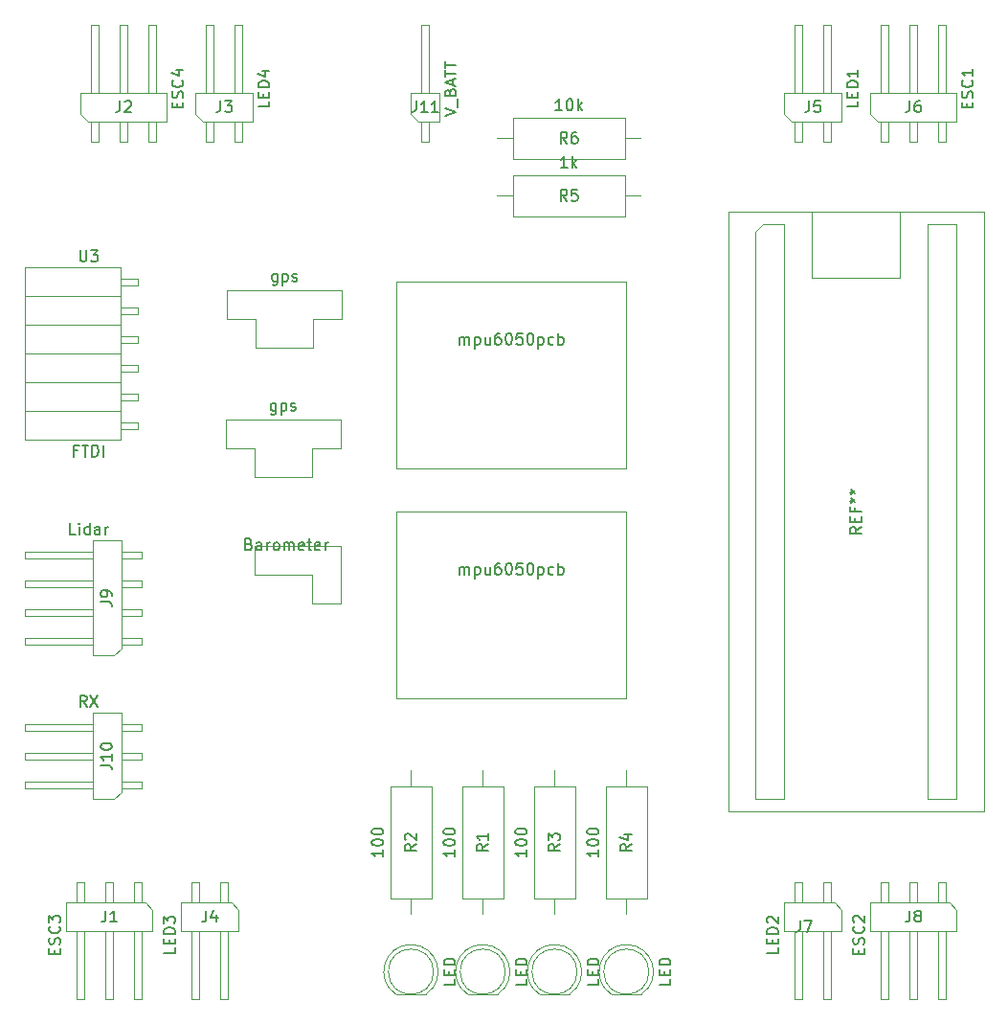
<source format=gbr>
%TF.GenerationSoftware,KiCad,Pcbnew,(5.1.10)-1*%
%TF.CreationDate,2021-12-09T02:28:18+01:00*%
%TF.ProjectId,flight controller,666c6967-6874-4206-936f-6e74726f6c6c,rev?*%
%TF.SameCoordinates,Original*%
%TF.FileFunction,Other,Fab,Top*%
%FSLAX46Y46*%
G04 Gerber Fmt 4.6, Leading zero omitted, Abs format (unit mm)*
G04 Created by KiCad (PCBNEW (5.1.10)-1) date 2021-12-09 02:28:18*
%MOMM*%
%LPD*%
G01*
G04 APERTURE LIST*
%ADD10C,0.120000*%
%ADD11C,0.100000*%
%ADD12C,0.150000*%
G04 APERTURE END LIST*
D10*
%TO.C,U6*%
X128397000Y-104648000D02*
X128397000Y-107188000D01*
X128397000Y-107188000D02*
X133477000Y-107188000D01*
X133477000Y-107188000D02*
X133477000Y-109728000D01*
X133477000Y-109728000D02*
X136017000Y-109728000D01*
X136017000Y-109728000D02*
X136017000Y-104648000D01*
X136017000Y-104648000D02*
X128397000Y-104648000D01*
D11*
%TO.C,D1*%
X147263350Y-144240000D02*
X149916650Y-144240000D01*
X150590000Y-142240000D02*
G75*
G03*
X150590000Y-142240000I-2000000J0D01*
G01*
X149916139Y-144240338D02*
G75*
G03*
X147263350Y-144240000I-1326139J2000338D01*
G01*
%TO.C,D2*%
X140913350Y-144240000D02*
X143566650Y-144240000D01*
X144240000Y-142240000D02*
G75*
G03*
X144240000Y-142240000I-2000000J0D01*
G01*
X143566139Y-144240338D02*
G75*
G03*
X140913350Y-144240000I-1326139J2000338D01*
G01*
%TO.C,D3*%
X153613350Y-144240000D02*
X156266650Y-144240000D01*
X156940000Y-142240000D02*
G75*
G03*
X156940000Y-142240000I-2000000J0D01*
G01*
X156266139Y-144240338D02*
G75*
G03*
X153613350Y-144240000I-1326139J2000338D01*
G01*
%TO.C,D4*%
X159963350Y-144240000D02*
X162616650Y-144240000D01*
X163290000Y-142240000D02*
G75*
G03*
X163290000Y-142240000I-2000000J0D01*
G01*
X162616139Y-144240338D02*
G75*
G03*
X159963350Y-144240000I-1326139J2000338D01*
G01*
%TO.C,J1*%
X112710000Y-138660000D02*
X112710000Y-144660000D01*
X113350000Y-144660000D02*
X112710000Y-144660000D01*
X113350000Y-138660000D02*
X113350000Y-144660000D01*
X112710000Y-134300000D02*
X112710000Y-136120000D01*
X113350000Y-134300000D02*
X112710000Y-134300000D01*
X113350000Y-134300000D02*
X113350000Y-136120000D01*
X115250000Y-138660000D02*
X115250000Y-144660000D01*
X115890000Y-144660000D02*
X115250000Y-144660000D01*
X115890000Y-138660000D02*
X115890000Y-144660000D01*
X115250000Y-134300000D02*
X115250000Y-136120000D01*
X115890000Y-134300000D02*
X115250000Y-134300000D01*
X115890000Y-134300000D02*
X115890000Y-136120000D01*
X117790000Y-138660000D02*
X117790000Y-144660000D01*
X118430000Y-144660000D02*
X117790000Y-144660000D01*
X118430000Y-138660000D02*
X118430000Y-144660000D01*
X117790000Y-134300000D02*
X117790000Y-136120000D01*
X118430000Y-134300000D02*
X117790000Y-134300000D01*
X118430000Y-134300000D02*
X118430000Y-136120000D01*
X118745000Y-136120000D02*
X119380000Y-136755000D01*
X111760000Y-136120000D02*
X118745000Y-136120000D01*
X111760000Y-138660000D02*
X111760000Y-136120000D01*
X119380000Y-138660000D02*
X111760000Y-138660000D01*
X119380000Y-136755000D02*
X119380000Y-138660000D01*
%TO.C,J2*%
X119700000Y-64540000D02*
X119700000Y-58540000D01*
X119060000Y-58540000D02*
X119700000Y-58540000D01*
X119060000Y-64540000D02*
X119060000Y-58540000D01*
X119700000Y-68900000D02*
X119700000Y-67080000D01*
X119060000Y-68900000D02*
X119700000Y-68900000D01*
X119060000Y-68900000D02*
X119060000Y-67080000D01*
X117160000Y-64540000D02*
X117160000Y-58540000D01*
X116520000Y-58540000D02*
X117160000Y-58540000D01*
X116520000Y-64540000D02*
X116520000Y-58540000D01*
X117160000Y-68900000D02*
X117160000Y-67080000D01*
X116520000Y-68900000D02*
X117160000Y-68900000D01*
X116520000Y-68900000D02*
X116520000Y-67080000D01*
X114620000Y-64540000D02*
X114620000Y-58540000D01*
X113980000Y-58540000D02*
X114620000Y-58540000D01*
X113980000Y-64540000D02*
X113980000Y-58540000D01*
X114620000Y-68900000D02*
X114620000Y-67080000D01*
X113980000Y-68900000D02*
X114620000Y-68900000D01*
X113980000Y-68900000D02*
X113980000Y-67080000D01*
X113665000Y-67080000D02*
X113030000Y-66445000D01*
X120650000Y-67080000D02*
X113665000Y-67080000D01*
X120650000Y-64540000D02*
X120650000Y-67080000D01*
X113030000Y-64540000D02*
X120650000Y-64540000D01*
X113030000Y-66445000D02*
X113030000Y-64540000D01*
%TO.C,J3*%
X127320000Y-64540000D02*
X127320000Y-58540000D01*
X126680000Y-58540000D02*
X127320000Y-58540000D01*
X126680000Y-64540000D02*
X126680000Y-58540000D01*
X127320000Y-68900000D02*
X127320000Y-67080000D01*
X126680000Y-68900000D02*
X127320000Y-68900000D01*
X126680000Y-68900000D02*
X126680000Y-67080000D01*
X124780000Y-64540000D02*
X124780000Y-58540000D01*
X124140000Y-58540000D02*
X124780000Y-58540000D01*
X124140000Y-64540000D02*
X124140000Y-58540000D01*
X124780000Y-68900000D02*
X124780000Y-67080000D01*
X124140000Y-68900000D02*
X124780000Y-68900000D01*
X124140000Y-68900000D02*
X124140000Y-67080000D01*
X123825000Y-67080000D02*
X123190000Y-66445000D01*
X128270000Y-67080000D02*
X123825000Y-67080000D01*
X128270000Y-64540000D02*
X128270000Y-67080000D01*
X123190000Y-64540000D02*
X128270000Y-64540000D01*
X123190000Y-66445000D02*
X123190000Y-64540000D01*
%TO.C,J4*%
X122870000Y-138660000D02*
X122870000Y-144660000D01*
X123510000Y-144660000D02*
X122870000Y-144660000D01*
X123510000Y-138660000D02*
X123510000Y-144660000D01*
X122870000Y-134300000D02*
X122870000Y-136120000D01*
X123510000Y-134300000D02*
X122870000Y-134300000D01*
X123510000Y-134300000D02*
X123510000Y-136120000D01*
X125410000Y-138660000D02*
X125410000Y-144660000D01*
X126050000Y-144660000D02*
X125410000Y-144660000D01*
X126050000Y-138660000D02*
X126050000Y-144660000D01*
X125410000Y-134300000D02*
X125410000Y-136120000D01*
X126050000Y-134300000D02*
X125410000Y-134300000D01*
X126050000Y-134300000D02*
X126050000Y-136120000D01*
X126365000Y-136120000D02*
X127000000Y-136755000D01*
X121920000Y-136120000D02*
X126365000Y-136120000D01*
X121920000Y-138660000D02*
X121920000Y-136120000D01*
X127000000Y-138660000D02*
X121920000Y-138660000D01*
X127000000Y-136755000D02*
X127000000Y-138660000D01*
%TO.C,J5*%
X179390000Y-64540000D02*
X179390000Y-58540000D01*
X178750000Y-58540000D02*
X179390000Y-58540000D01*
X178750000Y-64540000D02*
X178750000Y-58540000D01*
X179390000Y-68900000D02*
X179390000Y-67080000D01*
X178750000Y-68900000D02*
X179390000Y-68900000D01*
X178750000Y-68900000D02*
X178750000Y-67080000D01*
X176850000Y-64540000D02*
X176850000Y-58540000D01*
X176210000Y-58540000D02*
X176850000Y-58540000D01*
X176210000Y-64540000D02*
X176210000Y-58540000D01*
X176850000Y-68900000D02*
X176850000Y-67080000D01*
X176210000Y-68900000D02*
X176850000Y-68900000D01*
X176210000Y-68900000D02*
X176210000Y-67080000D01*
X175895000Y-67080000D02*
X175260000Y-66445000D01*
X180340000Y-67080000D02*
X175895000Y-67080000D01*
X180340000Y-64540000D02*
X180340000Y-67080000D01*
X175260000Y-64540000D02*
X180340000Y-64540000D01*
X175260000Y-66445000D02*
X175260000Y-64540000D01*
%TO.C,J6*%
X189550000Y-64540000D02*
X189550000Y-58540000D01*
X188910000Y-58540000D02*
X189550000Y-58540000D01*
X188910000Y-64540000D02*
X188910000Y-58540000D01*
X189550000Y-68900000D02*
X189550000Y-67080000D01*
X188910000Y-68900000D02*
X189550000Y-68900000D01*
X188910000Y-68900000D02*
X188910000Y-67080000D01*
X187010000Y-64540000D02*
X187010000Y-58540000D01*
X186370000Y-58540000D02*
X187010000Y-58540000D01*
X186370000Y-64540000D02*
X186370000Y-58540000D01*
X187010000Y-68900000D02*
X187010000Y-67080000D01*
X186370000Y-68900000D02*
X187010000Y-68900000D01*
X186370000Y-68900000D02*
X186370000Y-67080000D01*
X184470000Y-64540000D02*
X184470000Y-58540000D01*
X183830000Y-58540000D02*
X184470000Y-58540000D01*
X183830000Y-64540000D02*
X183830000Y-58540000D01*
X184470000Y-68900000D02*
X184470000Y-67080000D01*
X183830000Y-68900000D02*
X184470000Y-68900000D01*
X183830000Y-68900000D02*
X183830000Y-67080000D01*
X183515000Y-67080000D02*
X182880000Y-66445000D01*
X190500000Y-67080000D02*
X183515000Y-67080000D01*
X190500000Y-64540000D02*
X190500000Y-67080000D01*
X182880000Y-64540000D02*
X190500000Y-64540000D01*
X182880000Y-66445000D02*
X182880000Y-64540000D01*
%TO.C,J7*%
X176210000Y-138660000D02*
X176210000Y-144660000D01*
X176850000Y-144660000D02*
X176210000Y-144660000D01*
X176850000Y-138660000D02*
X176850000Y-144660000D01*
X176210000Y-134300000D02*
X176210000Y-136120000D01*
X176850000Y-134300000D02*
X176210000Y-134300000D01*
X176850000Y-134300000D02*
X176850000Y-136120000D01*
X178750000Y-138660000D02*
X178750000Y-144660000D01*
X179390000Y-144660000D02*
X178750000Y-144660000D01*
X179390000Y-138660000D02*
X179390000Y-144660000D01*
X178750000Y-134300000D02*
X178750000Y-136120000D01*
X179390000Y-134300000D02*
X178750000Y-134300000D01*
X179390000Y-134300000D02*
X179390000Y-136120000D01*
X179705000Y-136120000D02*
X180340000Y-136755000D01*
X175260000Y-136120000D02*
X179705000Y-136120000D01*
X175260000Y-138660000D02*
X175260000Y-136120000D01*
X180340000Y-138660000D02*
X175260000Y-138660000D01*
X180340000Y-136755000D02*
X180340000Y-138660000D01*
%TO.C,J8*%
X183830000Y-138660000D02*
X183830000Y-144660000D01*
X184470000Y-144660000D02*
X183830000Y-144660000D01*
X184470000Y-138660000D02*
X184470000Y-144660000D01*
X183830000Y-134300000D02*
X183830000Y-136120000D01*
X184470000Y-134300000D02*
X183830000Y-134300000D01*
X184470000Y-134300000D02*
X184470000Y-136120000D01*
X186370000Y-138660000D02*
X186370000Y-144660000D01*
X187010000Y-144660000D02*
X186370000Y-144660000D01*
X187010000Y-138660000D02*
X187010000Y-144660000D01*
X186370000Y-134300000D02*
X186370000Y-136120000D01*
X187010000Y-134300000D02*
X186370000Y-134300000D01*
X187010000Y-134300000D02*
X187010000Y-136120000D01*
X188910000Y-138660000D02*
X188910000Y-144660000D01*
X189550000Y-144660000D02*
X188910000Y-144660000D01*
X189550000Y-138660000D02*
X189550000Y-144660000D01*
X188910000Y-134300000D02*
X188910000Y-136120000D01*
X189550000Y-134300000D02*
X188910000Y-134300000D01*
X189550000Y-134300000D02*
X189550000Y-136120000D01*
X189865000Y-136120000D02*
X190500000Y-136755000D01*
X182880000Y-136120000D02*
X189865000Y-136120000D01*
X182880000Y-138660000D02*
X182880000Y-136120000D01*
X190500000Y-138660000D02*
X182880000Y-138660000D01*
X190500000Y-136755000D02*
X190500000Y-138660000D01*
%TO.C,J9*%
X114070000Y-105090000D02*
X108070000Y-105090000D01*
X108070000Y-105730000D02*
X108070000Y-105090000D01*
X114070000Y-105730000D02*
X108070000Y-105730000D01*
X118430000Y-105090000D02*
X116610000Y-105090000D01*
X118430000Y-105730000D02*
X118430000Y-105090000D01*
X118430000Y-105730000D02*
X116610000Y-105730000D01*
X114070000Y-107630000D02*
X108070000Y-107630000D01*
X108070000Y-108270000D02*
X108070000Y-107630000D01*
X114070000Y-108270000D02*
X108070000Y-108270000D01*
X118430000Y-107630000D02*
X116610000Y-107630000D01*
X118430000Y-108270000D02*
X118430000Y-107630000D01*
X118430000Y-108270000D02*
X116610000Y-108270000D01*
X114070000Y-110170000D02*
X108070000Y-110170000D01*
X108070000Y-110810000D02*
X108070000Y-110170000D01*
X114070000Y-110810000D02*
X108070000Y-110810000D01*
X118430000Y-110170000D02*
X116610000Y-110170000D01*
X118430000Y-110810000D02*
X118430000Y-110170000D01*
X118430000Y-110810000D02*
X116610000Y-110810000D01*
X114070000Y-112710000D02*
X108070000Y-112710000D01*
X108070000Y-113350000D02*
X108070000Y-112710000D01*
X114070000Y-113350000D02*
X108070000Y-113350000D01*
X118430000Y-112710000D02*
X116610000Y-112710000D01*
X118430000Y-113350000D02*
X118430000Y-112710000D01*
X118430000Y-113350000D02*
X116610000Y-113350000D01*
X116610000Y-113665000D02*
X115975000Y-114300000D01*
X116610000Y-104140000D02*
X116610000Y-113665000D01*
X114070000Y-104140000D02*
X116610000Y-104140000D01*
X114070000Y-114300000D02*
X114070000Y-104140000D01*
X115975000Y-114300000D02*
X114070000Y-114300000D01*
%TO.C,J10*%
X114070000Y-120330000D02*
X108070000Y-120330000D01*
X108070000Y-120970000D02*
X108070000Y-120330000D01*
X114070000Y-120970000D02*
X108070000Y-120970000D01*
X118430000Y-120330000D02*
X116610000Y-120330000D01*
X118430000Y-120970000D02*
X118430000Y-120330000D01*
X118430000Y-120970000D02*
X116610000Y-120970000D01*
X114070000Y-122870000D02*
X108070000Y-122870000D01*
X108070000Y-123510000D02*
X108070000Y-122870000D01*
X114070000Y-123510000D02*
X108070000Y-123510000D01*
X118430000Y-122870000D02*
X116610000Y-122870000D01*
X118430000Y-123510000D02*
X118430000Y-122870000D01*
X118430000Y-123510000D02*
X116610000Y-123510000D01*
X114070000Y-125410000D02*
X108070000Y-125410000D01*
X108070000Y-126050000D02*
X108070000Y-125410000D01*
X114070000Y-126050000D02*
X108070000Y-126050000D01*
X118430000Y-125410000D02*
X116610000Y-125410000D01*
X118430000Y-126050000D02*
X118430000Y-125410000D01*
X118430000Y-126050000D02*
X116610000Y-126050000D01*
X116610000Y-126365000D02*
X115975000Y-127000000D01*
X116610000Y-119380000D02*
X116610000Y-126365000D01*
X114070000Y-119380000D02*
X116610000Y-119380000D01*
X114070000Y-127000000D02*
X114070000Y-119380000D01*
X115975000Y-127000000D02*
X114070000Y-127000000D01*
%TO.C,J11*%
X143830000Y-64540000D02*
X143830000Y-58540000D01*
X143190000Y-58540000D02*
X143830000Y-58540000D01*
X143190000Y-64540000D02*
X143190000Y-58540000D01*
X143830000Y-68900000D02*
X143830000Y-67080000D01*
X143190000Y-68900000D02*
X143830000Y-68900000D01*
X143190000Y-68900000D02*
X143190000Y-67080000D01*
X142875000Y-67080000D02*
X142240000Y-66445000D01*
X144780000Y-67080000D02*
X142875000Y-67080000D01*
X144780000Y-64540000D02*
X144780000Y-67080000D01*
X142240000Y-64540000D02*
X144780000Y-64540000D01*
X142240000Y-66445000D02*
X142240000Y-64540000D01*
%TO.C,R1*%
X148590000Y-137160000D02*
X148590000Y-135760000D01*
X148590000Y-124460000D02*
X148590000Y-125860000D01*
X150390000Y-135760000D02*
X150390000Y-125860000D01*
X146790000Y-135760000D02*
X150390000Y-135760000D01*
X146790000Y-125860000D02*
X146790000Y-135760000D01*
X150390000Y-125860000D02*
X146790000Y-125860000D01*
%TO.C,R2*%
X142240000Y-137160000D02*
X142240000Y-135760000D01*
X142240000Y-124460000D02*
X142240000Y-125860000D01*
X144040000Y-135760000D02*
X144040000Y-125860000D01*
X140440000Y-135760000D02*
X144040000Y-135760000D01*
X140440000Y-125860000D02*
X140440000Y-135760000D01*
X144040000Y-125860000D02*
X140440000Y-125860000D01*
%TO.C,R3*%
X154940000Y-137160000D02*
X154940000Y-135760000D01*
X154940000Y-124460000D02*
X154940000Y-125860000D01*
X156740000Y-135760000D02*
X156740000Y-125860000D01*
X153140000Y-135760000D02*
X156740000Y-135760000D01*
X153140000Y-125860000D02*
X153140000Y-135760000D01*
X156740000Y-125860000D02*
X153140000Y-125860000D01*
%TO.C,R4*%
X161290000Y-137160000D02*
X161290000Y-135760000D01*
X161290000Y-124460000D02*
X161290000Y-125860000D01*
X163090000Y-135760000D02*
X163090000Y-125860000D01*
X159490000Y-135760000D02*
X163090000Y-135760000D01*
X159490000Y-125860000D02*
X159490000Y-135760000D01*
X163090000Y-125860000D02*
X159490000Y-125860000D01*
%TO.C,R5*%
X149860000Y-73660000D02*
X151260000Y-73660000D01*
X162560000Y-73660000D02*
X161160000Y-73660000D01*
X151260000Y-75460000D02*
X161160000Y-75460000D01*
X151260000Y-71860000D02*
X151260000Y-75460000D01*
X161160000Y-71860000D02*
X151260000Y-71860000D01*
X161160000Y-75460000D02*
X161160000Y-71860000D01*
%TO.C,R6*%
X149860000Y-68580000D02*
X151260000Y-68580000D01*
X162560000Y-68580000D02*
X161160000Y-68580000D01*
X151260000Y-70380000D02*
X161160000Y-70380000D01*
X151260000Y-66780000D02*
X151260000Y-70380000D01*
X161160000Y-66780000D02*
X151260000Y-66780000D01*
X161160000Y-70380000D02*
X161160000Y-66780000D01*
%TO.C,U1*%
X187960000Y-127000000D02*
X187960000Y-76200000D01*
X190500000Y-127000000D02*
X187960000Y-127000000D01*
X190500000Y-76200000D02*
X190500000Y-127000000D01*
X187960000Y-76200000D02*
X190500000Y-76200000D01*
X172720000Y-127000000D02*
X172720000Y-76835000D01*
X175260000Y-127000000D02*
X172720000Y-127000000D01*
X175260000Y-76200000D02*
X175260000Y-127000000D01*
X173355000Y-76200000D02*
X175260000Y-76200000D01*
X172720000Y-76835000D02*
X173355000Y-76200000D01*
X185510000Y-80950000D02*
X185510000Y-75150000D01*
X177710000Y-80950000D02*
X177710000Y-75150000D01*
X177710000Y-80950000D02*
X185510000Y-80950000D01*
D10*
X192910000Y-75100000D02*
X192910000Y-128100000D01*
X170310000Y-128100000D02*
X192910000Y-128100000D01*
X170310000Y-128100000D02*
X170310000Y-75150000D01*
X170310000Y-75100000D02*
X192910000Y-75100000D01*
%TO.C,U2*%
X161290000Y-81280000D02*
X140970000Y-81280000D01*
X140970000Y-81280000D02*
X140970000Y-97790000D01*
X140970000Y-97790000D02*
X161290000Y-97790000D01*
X161290000Y-97790000D02*
X161290000Y-81280000D01*
D11*
%TO.C,U3*%
X116590000Y-93660000D02*
X118110000Y-93660000D01*
X116590000Y-94300000D02*
X116590000Y-93660000D01*
X118110000Y-94300000D02*
X116590000Y-94300000D01*
X118110000Y-93660000D02*
X118110000Y-94300000D01*
X108080000Y-92710000D02*
X116590000Y-92710000D01*
X108080000Y-95250000D02*
X108080000Y-92710000D01*
X116590000Y-95250000D02*
X108080000Y-95250000D01*
X116590000Y-92710000D02*
X116590000Y-95250000D01*
X116590000Y-91120000D02*
X118110000Y-91120000D01*
X116590000Y-91760000D02*
X116590000Y-91120000D01*
X118110000Y-91760000D02*
X116590000Y-91760000D01*
X118110000Y-91120000D02*
X118110000Y-91760000D01*
X108080000Y-90170000D02*
X116590000Y-90170000D01*
X108080000Y-92710000D02*
X108080000Y-90170000D01*
X116590000Y-92710000D02*
X108080000Y-92710000D01*
X116590000Y-90170000D02*
X116590000Y-92710000D01*
X116590000Y-88580000D02*
X118110000Y-88580000D01*
X116590000Y-89220000D02*
X116590000Y-88580000D01*
X118110000Y-89220000D02*
X116590000Y-89220000D01*
X118110000Y-88580000D02*
X118110000Y-89220000D01*
X108080000Y-87630000D02*
X116590000Y-87630000D01*
X108080000Y-90170000D02*
X108080000Y-87630000D01*
X116590000Y-90170000D02*
X108080000Y-90170000D01*
X116590000Y-87630000D02*
X116590000Y-90170000D01*
X116590000Y-86040000D02*
X118110000Y-86040000D01*
X116590000Y-86680000D02*
X116590000Y-86040000D01*
X118110000Y-86680000D02*
X116590000Y-86680000D01*
X118110000Y-86040000D02*
X118110000Y-86680000D01*
X108080000Y-85090000D02*
X116590000Y-85090000D01*
X108080000Y-87630000D02*
X108080000Y-85090000D01*
X116590000Y-87630000D02*
X108080000Y-87630000D01*
X116590000Y-85090000D02*
X116590000Y-87630000D01*
X116590000Y-83500000D02*
X118110000Y-83500000D01*
X116590000Y-84140000D02*
X116590000Y-83500000D01*
X118110000Y-84140000D02*
X116590000Y-84140000D01*
X118110000Y-83500000D02*
X118110000Y-84140000D01*
X108080000Y-82550000D02*
X116590000Y-82550000D01*
X108080000Y-85090000D02*
X108080000Y-82550000D01*
X116590000Y-85090000D02*
X108080000Y-85090000D01*
X116590000Y-82550000D02*
X116590000Y-85090000D01*
X116590000Y-80960000D02*
X118110000Y-80960000D01*
X116590000Y-81600000D02*
X116590000Y-80960000D01*
X118110000Y-81600000D02*
X116590000Y-81600000D01*
X118110000Y-80960000D02*
X118110000Y-81600000D01*
X108080000Y-80010000D02*
X116590000Y-80010000D01*
X108080000Y-82550000D02*
X108080000Y-80010000D01*
X116590000Y-82550000D02*
X108080000Y-82550000D01*
X116590000Y-80010000D02*
X116590000Y-82550000D01*
D10*
%TO.C,U4*%
X136017000Y-93472000D02*
X125857000Y-93472000D01*
X136017000Y-96012000D02*
X136017000Y-93472000D01*
X133477000Y-96012000D02*
X136017000Y-96012000D01*
X133477000Y-98552000D02*
X133477000Y-96012000D01*
X128397000Y-98552000D02*
X133477000Y-98552000D01*
X128397000Y-96012000D02*
X128397000Y-98552000D01*
X125857000Y-96012000D02*
X128397000Y-96012000D01*
X125857000Y-93472000D02*
X125857000Y-96012000D01*
%TO.C,U5*%
X136144000Y-82042000D02*
X125984000Y-82042000D01*
X136144000Y-84582000D02*
X136144000Y-82042000D01*
X133604000Y-84582000D02*
X136144000Y-84582000D01*
X133604000Y-87122000D02*
X133604000Y-84582000D01*
X128524000Y-87122000D02*
X133604000Y-87122000D01*
X128524000Y-84582000D02*
X128524000Y-87122000D01*
X125984000Y-84582000D02*
X128524000Y-84582000D01*
X125984000Y-82042000D02*
X125984000Y-84582000D01*
%TO.C,U7*%
X161290000Y-101600000D02*
X140970000Y-101600000D01*
X140970000Y-101600000D02*
X140970000Y-118110000D01*
X140970000Y-118110000D02*
X161290000Y-118110000D01*
X161290000Y-118110000D02*
X161290000Y-101600000D01*
%TD*%
%TO.C,U6*%
D12*
X127929095Y-104449571D02*
X128071952Y-104497190D01*
X128119571Y-104544809D01*
X128167190Y-104640047D01*
X128167190Y-104782904D01*
X128119571Y-104878142D01*
X128071952Y-104925761D01*
X127976714Y-104973380D01*
X127595761Y-104973380D01*
X127595761Y-103973380D01*
X127929095Y-103973380D01*
X128024333Y-104021000D01*
X128071952Y-104068619D01*
X128119571Y-104163857D01*
X128119571Y-104259095D01*
X128071952Y-104354333D01*
X128024333Y-104401952D01*
X127929095Y-104449571D01*
X127595761Y-104449571D01*
X129024333Y-104973380D02*
X129024333Y-104449571D01*
X128976714Y-104354333D01*
X128881476Y-104306714D01*
X128691000Y-104306714D01*
X128595761Y-104354333D01*
X129024333Y-104925761D02*
X128929095Y-104973380D01*
X128691000Y-104973380D01*
X128595761Y-104925761D01*
X128548142Y-104830523D01*
X128548142Y-104735285D01*
X128595761Y-104640047D01*
X128691000Y-104592428D01*
X128929095Y-104592428D01*
X129024333Y-104544809D01*
X129500523Y-104973380D02*
X129500523Y-104306714D01*
X129500523Y-104497190D02*
X129548142Y-104401952D01*
X129595761Y-104354333D01*
X129691000Y-104306714D01*
X129786238Y-104306714D01*
X130262428Y-104973380D02*
X130167190Y-104925761D01*
X130119571Y-104878142D01*
X130071952Y-104782904D01*
X130071952Y-104497190D01*
X130119571Y-104401952D01*
X130167190Y-104354333D01*
X130262428Y-104306714D01*
X130405285Y-104306714D01*
X130500523Y-104354333D01*
X130548142Y-104401952D01*
X130595761Y-104497190D01*
X130595761Y-104782904D01*
X130548142Y-104878142D01*
X130500523Y-104925761D01*
X130405285Y-104973380D01*
X130262428Y-104973380D01*
X131024333Y-104973380D02*
X131024333Y-104306714D01*
X131024333Y-104401952D02*
X131071952Y-104354333D01*
X131167190Y-104306714D01*
X131310047Y-104306714D01*
X131405285Y-104354333D01*
X131452904Y-104449571D01*
X131452904Y-104973380D01*
X131452904Y-104449571D02*
X131500523Y-104354333D01*
X131595761Y-104306714D01*
X131738619Y-104306714D01*
X131833857Y-104354333D01*
X131881476Y-104449571D01*
X131881476Y-104973380D01*
X132738619Y-104925761D02*
X132643380Y-104973380D01*
X132452904Y-104973380D01*
X132357666Y-104925761D01*
X132310047Y-104830523D01*
X132310047Y-104449571D01*
X132357666Y-104354333D01*
X132452904Y-104306714D01*
X132643380Y-104306714D01*
X132738619Y-104354333D01*
X132786238Y-104449571D01*
X132786238Y-104544809D01*
X132310047Y-104640047D01*
X133071952Y-104306714D02*
X133452904Y-104306714D01*
X133214809Y-103973380D02*
X133214809Y-104830523D01*
X133262428Y-104925761D01*
X133357666Y-104973380D01*
X133452904Y-104973380D01*
X134167190Y-104925761D02*
X134071952Y-104973380D01*
X133881476Y-104973380D01*
X133786238Y-104925761D01*
X133738619Y-104830523D01*
X133738619Y-104449571D01*
X133786238Y-104354333D01*
X133881476Y-104306714D01*
X134071952Y-104306714D01*
X134167190Y-104354333D01*
X134214809Y-104449571D01*
X134214809Y-104544809D01*
X133738619Y-104640047D01*
X134643380Y-104973380D02*
X134643380Y-104306714D01*
X134643380Y-104497190D02*
X134691000Y-104401952D01*
X134738619Y-104354333D01*
X134833857Y-104306714D01*
X134929095Y-104306714D01*
%TO.C,D1*%
X152502380Y-142882857D02*
X152502380Y-143359047D01*
X151502380Y-143359047D01*
X151978571Y-142549523D02*
X151978571Y-142216190D01*
X152502380Y-142073333D02*
X152502380Y-142549523D01*
X151502380Y-142549523D01*
X151502380Y-142073333D01*
X152502380Y-141644761D02*
X151502380Y-141644761D01*
X151502380Y-141406666D01*
X151550000Y-141263809D01*
X151645238Y-141168571D01*
X151740476Y-141120952D01*
X151930952Y-141073333D01*
X152073809Y-141073333D01*
X152264285Y-141120952D01*
X152359523Y-141168571D01*
X152454761Y-141263809D01*
X152502380Y-141406666D01*
X152502380Y-141644761D01*
%TO.C,D2*%
X146152380Y-142882857D02*
X146152380Y-143359047D01*
X145152380Y-143359047D01*
X145628571Y-142549523D02*
X145628571Y-142216190D01*
X146152380Y-142073333D02*
X146152380Y-142549523D01*
X145152380Y-142549523D01*
X145152380Y-142073333D01*
X146152380Y-141644761D02*
X145152380Y-141644761D01*
X145152380Y-141406666D01*
X145200000Y-141263809D01*
X145295238Y-141168571D01*
X145390476Y-141120952D01*
X145580952Y-141073333D01*
X145723809Y-141073333D01*
X145914285Y-141120952D01*
X146009523Y-141168571D01*
X146104761Y-141263809D01*
X146152380Y-141406666D01*
X146152380Y-141644761D01*
%TO.C,D3*%
X158852380Y-142882857D02*
X158852380Y-143359047D01*
X157852380Y-143359047D01*
X158328571Y-142549523D02*
X158328571Y-142216190D01*
X158852380Y-142073333D02*
X158852380Y-142549523D01*
X157852380Y-142549523D01*
X157852380Y-142073333D01*
X158852380Y-141644761D02*
X157852380Y-141644761D01*
X157852380Y-141406666D01*
X157900000Y-141263809D01*
X157995238Y-141168571D01*
X158090476Y-141120952D01*
X158280952Y-141073333D01*
X158423809Y-141073333D01*
X158614285Y-141120952D01*
X158709523Y-141168571D01*
X158804761Y-141263809D01*
X158852380Y-141406666D01*
X158852380Y-141644761D01*
%TO.C,D4*%
X165202380Y-142882857D02*
X165202380Y-143359047D01*
X164202380Y-143359047D01*
X164678571Y-142549523D02*
X164678571Y-142216190D01*
X165202380Y-142073333D02*
X165202380Y-142549523D01*
X164202380Y-142549523D01*
X164202380Y-142073333D01*
X165202380Y-141644761D02*
X164202380Y-141644761D01*
X164202380Y-141406666D01*
X164250000Y-141263809D01*
X164345238Y-141168571D01*
X164440476Y-141120952D01*
X164630952Y-141073333D01*
X164773809Y-141073333D01*
X164964285Y-141120952D01*
X165059523Y-141168571D01*
X165154761Y-141263809D01*
X165202380Y-141406666D01*
X165202380Y-141644761D01*
%TO.C,J1*%
X110688571Y-140671666D02*
X110688571Y-140338333D01*
X111212380Y-140195476D02*
X111212380Y-140671666D01*
X110212380Y-140671666D01*
X110212380Y-140195476D01*
X111164761Y-139814523D02*
X111212380Y-139671666D01*
X111212380Y-139433571D01*
X111164761Y-139338333D01*
X111117142Y-139290714D01*
X111021904Y-139243095D01*
X110926666Y-139243095D01*
X110831428Y-139290714D01*
X110783809Y-139338333D01*
X110736190Y-139433571D01*
X110688571Y-139624047D01*
X110640952Y-139719285D01*
X110593333Y-139766904D01*
X110498095Y-139814523D01*
X110402857Y-139814523D01*
X110307619Y-139766904D01*
X110260000Y-139719285D01*
X110212380Y-139624047D01*
X110212380Y-139385952D01*
X110260000Y-139243095D01*
X111117142Y-138243095D02*
X111164761Y-138290714D01*
X111212380Y-138433571D01*
X111212380Y-138528809D01*
X111164761Y-138671666D01*
X111069523Y-138766904D01*
X110974285Y-138814523D01*
X110783809Y-138862142D01*
X110640952Y-138862142D01*
X110450476Y-138814523D01*
X110355238Y-138766904D01*
X110260000Y-138671666D01*
X110212380Y-138528809D01*
X110212380Y-138433571D01*
X110260000Y-138290714D01*
X110307619Y-138243095D01*
X110212380Y-137909761D02*
X110212380Y-137290714D01*
X110593333Y-137624047D01*
X110593333Y-137481190D01*
X110640952Y-137385952D01*
X110688571Y-137338333D01*
X110783809Y-137290714D01*
X111021904Y-137290714D01*
X111117142Y-137338333D01*
X111164761Y-137385952D01*
X111212380Y-137481190D01*
X111212380Y-137766904D01*
X111164761Y-137862142D01*
X111117142Y-137909761D01*
X115236666Y-136842380D02*
X115236666Y-137556666D01*
X115189047Y-137699523D01*
X115093809Y-137794761D01*
X114950952Y-137842380D01*
X114855714Y-137842380D01*
X116236666Y-137842380D02*
X115665238Y-137842380D01*
X115950952Y-137842380D02*
X115950952Y-136842380D01*
X115855714Y-136985238D01*
X115760476Y-137080476D01*
X115665238Y-137128095D01*
%TO.C,J2*%
X121578571Y-65861666D02*
X121578571Y-65528333D01*
X122102380Y-65385476D02*
X122102380Y-65861666D01*
X121102380Y-65861666D01*
X121102380Y-65385476D01*
X122054761Y-65004523D02*
X122102380Y-64861666D01*
X122102380Y-64623571D01*
X122054761Y-64528333D01*
X122007142Y-64480714D01*
X121911904Y-64433095D01*
X121816666Y-64433095D01*
X121721428Y-64480714D01*
X121673809Y-64528333D01*
X121626190Y-64623571D01*
X121578571Y-64814047D01*
X121530952Y-64909285D01*
X121483333Y-64956904D01*
X121388095Y-65004523D01*
X121292857Y-65004523D01*
X121197619Y-64956904D01*
X121150000Y-64909285D01*
X121102380Y-64814047D01*
X121102380Y-64575952D01*
X121150000Y-64433095D01*
X122007142Y-63433095D02*
X122054761Y-63480714D01*
X122102380Y-63623571D01*
X122102380Y-63718809D01*
X122054761Y-63861666D01*
X121959523Y-63956904D01*
X121864285Y-64004523D01*
X121673809Y-64052142D01*
X121530952Y-64052142D01*
X121340476Y-64004523D01*
X121245238Y-63956904D01*
X121150000Y-63861666D01*
X121102380Y-63718809D01*
X121102380Y-63623571D01*
X121150000Y-63480714D01*
X121197619Y-63433095D01*
X121435714Y-62575952D02*
X122102380Y-62575952D01*
X121054761Y-62814047D02*
X121769047Y-63052142D01*
X121769047Y-62433095D01*
X116506666Y-65262380D02*
X116506666Y-65976666D01*
X116459047Y-66119523D01*
X116363809Y-66214761D01*
X116220952Y-66262380D01*
X116125714Y-66262380D01*
X116935238Y-65357619D02*
X116982857Y-65310000D01*
X117078095Y-65262380D01*
X117316190Y-65262380D01*
X117411428Y-65310000D01*
X117459047Y-65357619D01*
X117506666Y-65452857D01*
X117506666Y-65548095D01*
X117459047Y-65690952D01*
X116887619Y-66262380D01*
X117506666Y-66262380D01*
%TO.C,J3*%
X129722380Y-65314047D02*
X129722380Y-65790238D01*
X128722380Y-65790238D01*
X129198571Y-64980714D02*
X129198571Y-64647380D01*
X129722380Y-64504523D02*
X129722380Y-64980714D01*
X128722380Y-64980714D01*
X128722380Y-64504523D01*
X129722380Y-64075952D02*
X128722380Y-64075952D01*
X128722380Y-63837857D01*
X128770000Y-63695000D01*
X128865238Y-63599761D01*
X128960476Y-63552142D01*
X129150952Y-63504523D01*
X129293809Y-63504523D01*
X129484285Y-63552142D01*
X129579523Y-63599761D01*
X129674761Y-63695000D01*
X129722380Y-63837857D01*
X129722380Y-64075952D01*
X129055714Y-62647380D02*
X129722380Y-62647380D01*
X128674761Y-62885476D02*
X129389047Y-63123571D01*
X129389047Y-62504523D01*
X125396666Y-65262380D02*
X125396666Y-65976666D01*
X125349047Y-66119523D01*
X125253809Y-66214761D01*
X125110952Y-66262380D01*
X125015714Y-66262380D01*
X125777619Y-65262380D02*
X126396666Y-65262380D01*
X126063333Y-65643333D01*
X126206190Y-65643333D01*
X126301428Y-65690952D01*
X126349047Y-65738571D01*
X126396666Y-65833809D01*
X126396666Y-66071904D01*
X126349047Y-66167142D01*
X126301428Y-66214761D01*
X126206190Y-66262380D01*
X125920476Y-66262380D01*
X125825238Y-66214761D01*
X125777619Y-66167142D01*
%TO.C,J4*%
X121372380Y-140124047D02*
X121372380Y-140600238D01*
X120372380Y-140600238D01*
X120848571Y-139790714D02*
X120848571Y-139457380D01*
X121372380Y-139314523D02*
X121372380Y-139790714D01*
X120372380Y-139790714D01*
X120372380Y-139314523D01*
X121372380Y-138885952D02*
X120372380Y-138885952D01*
X120372380Y-138647857D01*
X120420000Y-138505000D01*
X120515238Y-138409761D01*
X120610476Y-138362142D01*
X120800952Y-138314523D01*
X120943809Y-138314523D01*
X121134285Y-138362142D01*
X121229523Y-138409761D01*
X121324761Y-138505000D01*
X121372380Y-138647857D01*
X121372380Y-138885952D01*
X120372380Y-137981190D02*
X120372380Y-137362142D01*
X120753333Y-137695476D01*
X120753333Y-137552619D01*
X120800952Y-137457380D01*
X120848571Y-137409761D01*
X120943809Y-137362142D01*
X121181904Y-137362142D01*
X121277142Y-137409761D01*
X121324761Y-137457380D01*
X121372380Y-137552619D01*
X121372380Y-137838333D01*
X121324761Y-137933571D01*
X121277142Y-137981190D01*
X124126666Y-136842380D02*
X124126666Y-137556666D01*
X124079047Y-137699523D01*
X123983809Y-137794761D01*
X123840952Y-137842380D01*
X123745714Y-137842380D01*
X125031428Y-137175714D02*
X125031428Y-137842380D01*
X124793333Y-136794761D02*
X124555238Y-137509047D01*
X125174285Y-137509047D01*
%TO.C,J5*%
X181792380Y-65314047D02*
X181792380Y-65790238D01*
X180792380Y-65790238D01*
X181268571Y-64980714D02*
X181268571Y-64647380D01*
X181792380Y-64504523D02*
X181792380Y-64980714D01*
X180792380Y-64980714D01*
X180792380Y-64504523D01*
X181792380Y-64075952D02*
X180792380Y-64075952D01*
X180792380Y-63837857D01*
X180840000Y-63695000D01*
X180935238Y-63599761D01*
X181030476Y-63552142D01*
X181220952Y-63504523D01*
X181363809Y-63504523D01*
X181554285Y-63552142D01*
X181649523Y-63599761D01*
X181744761Y-63695000D01*
X181792380Y-63837857D01*
X181792380Y-64075952D01*
X181792380Y-62552142D02*
X181792380Y-63123571D01*
X181792380Y-62837857D02*
X180792380Y-62837857D01*
X180935238Y-62933095D01*
X181030476Y-63028333D01*
X181078095Y-63123571D01*
X177466666Y-65262380D02*
X177466666Y-65976666D01*
X177419047Y-66119523D01*
X177323809Y-66214761D01*
X177180952Y-66262380D01*
X177085714Y-66262380D01*
X178419047Y-65262380D02*
X177942857Y-65262380D01*
X177895238Y-65738571D01*
X177942857Y-65690952D01*
X178038095Y-65643333D01*
X178276190Y-65643333D01*
X178371428Y-65690952D01*
X178419047Y-65738571D01*
X178466666Y-65833809D01*
X178466666Y-66071904D01*
X178419047Y-66167142D01*
X178371428Y-66214761D01*
X178276190Y-66262380D01*
X178038095Y-66262380D01*
X177942857Y-66214761D01*
X177895238Y-66167142D01*
%TO.C,J6*%
X191428571Y-65861666D02*
X191428571Y-65528333D01*
X191952380Y-65385476D02*
X191952380Y-65861666D01*
X190952380Y-65861666D01*
X190952380Y-65385476D01*
X191904761Y-65004523D02*
X191952380Y-64861666D01*
X191952380Y-64623571D01*
X191904761Y-64528333D01*
X191857142Y-64480714D01*
X191761904Y-64433095D01*
X191666666Y-64433095D01*
X191571428Y-64480714D01*
X191523809Y-64528333D01*
X191476190Y-64623571D01*
X191428571Y-64814047D01*
X191380952Y-64909285D01*
X191333333Y-64956904D01*
X191238095Y-65004523D01*
X191142857Y-65004523D01*
X191047619Y-64956904D01*
X191000000Y-64909285D01*
X190952380Y-64814047D01*
X190952380Y-64575952D01*
X191000000Y-64433095D01*
X191857142Y-63433095D02*
X191904761Y-63480714D01*
X191952380Y-63623571D01*
X191952380Y-63718809D01*
X191904761Y-63861666D01*
X191809523Y-63956904D01*
X191714285Y-64004523D01*
X191523809Y-64052142D01*
X191380952Y-64052142D01*
X191190476Y-64004523D01*
X191095238Y-63956904D01*
X191000000Y-63861666D01*
X190952380Y-63718809D01*
X190952380Y-63623571D01*
X191000000Y-63480714D01*
X191047619Y-63433095D01*
X191952380Y-62480714D02*
X191952380Y-63052142D01*
X191952380Y-62766428D02*
X190952380Y-62766428D01*
X191095238Y-62861666D01*
X191190476Y-62956904D01*
X191238095Y-63052142D01*
X186356666Y-65262380D02*
X186356666Y-65976666D01*
X186309047Y-66119523D01*
X186213809Y-66214761D01*
X186070952Y-66262380D01*
X185975714Y-66262380D01*
X187261428Y-65262380D02*
X187070952Y-65262380D01*
X186975714Y-65310000D01*
X186928095Y-65357619D01*
X186832857Y-65500476D01*
X186785238Y-65690952D01*
X186785238Y-66071904D01*
X186832857Y-66167142D01*
X186880476Y-66214761D01*
X186975714Y-66262380D01*
X187166190Y-66262380D01*
X187261428Y-66214761D01*
X187309047Y-66167142D01*
X187356666Y-66071904D01*
X187356666Y-65833809D01*
X187309047Y-65738571D01*
X187261428Y-65690952D01*
X187166190Y-65643333D01*
X186975714Y-65643333D01*
X186880476Y-65690952D01*
X186832857Y-65738571D01*
X186785238Y-65833809D01*
%TO.C,J7*%
X174712380Y-140124047D02*
X174712380Y-140600238D01*
X173712380Y-140600238D01*
X174188571Y-139790714D02*
X174188571Y-139457380D01*
X174712380Y-139314523D02*
X174712380Y-139790714D01*
X173712380Y-139790714D01*
X173712380Y-139314523D01*
X174712380Y-138885952D02*
X173712380Y-138885952D01*
X173712380Y-138647857D01*
X173760000Y-138505000D01*
X173855238Y-138409761D01*
X173950476Y-138362142D01*
X174140952Y-138314523D01*
X174283809Y-138314523D01*
X174474285Y-138362142D01*
X174569523Y-138409761D01*
X174664761Y-138505000D01*
X174712380Y-138647857D01*
X174712380Y-138885952D01*
X173807619Y-137933571D02*
X173760000Y-137885952D01*
X173712380Y-137790714D01*
X173712380Y-137552619D01*
X173760000Y-137457380D01*
X173807619Y-137409761D01*
X173902857Y-137362142D01*
X173998095Y-137362142D01*
X174140952Y-137409761D01*
X174712380Y-137981190D01*
X174712380Y-137362142D01*
X176661667Y-137737379D02*
X176661667Y-138451665D01*
X176614048Y-138594522D01*
X176518810Y-138689760D01*
X176375953Y-138737379D01*
X176280715Y-138737379D01*
X177042620Y-137737379D02*
X177709286Y-137737379D01*
X177280715Y-138737379D01*
%TO.C,J8*%
X181808571Y-140671666D02*
X181808571Y-140338333D01*
X182332380Y-140195476D02*
X182332380Y-140671666D01*
X181332380Y-140671666D01*
X181332380Y-140195476D01*
X182284761Y-139814523D02*
X182332380Y-139671666D01*
X182332380Y-139433571D01*
X182284761Y-139338333D01*
X182237142Y-139290714D01*
X182141904Y-139243095D01*
X182046666Y-139243095D01*
X181951428Y-139290714D01*
X181903809Y-139338333D01*
X181856190Y-139433571D01*
X181808571Y-139624047D01*
X181760952Y-139719285D01*
X181713333Y-139766904D01*
X181618095Y-139814523D01*
X181522857Y-139814523D01*
X181427619Y-139766904D01*
X181380000Y-139719285D01*
X181332380Y-139624047D01*
X181332380Y-139385952D01*
X181380000Y-139243095D01*
X182237142Y-138243095D02*
X182284761Y-138290714D01*
X182332380Y-138433571D01*
X182332380Y-138528809D01*
X182284761Y-138671666D01*
X182189523Y-138766904D01*
X182094285Y-138814523D01*
X181903809Y-138862142D01*
X181760952Y-138862142D01*
X181570476Y-138814523D01*
X181475238Y-138766904D01*
X181380000Y-138671666D01*
X181332380Y-138528809D01*
X181332380Y-138433571D01*
X181380000Y-138290714D01*
X181427619Y-138243095D01*
X181427619Y-137862142D02*
X181380000Y-137814523D01*
X181332380Y-137719285D01*
X181332380Y-137481190D01*
X181380000Y-137385952D01*
X181427619Y-137338333D01*
X181522857Y-137290714D01*
X181618095Y-137290714D01*
X181760952Y-137338333D01*
X182332380Y-137909761D01*
X182332380Y-137290714D01*
X186356666Y-136842380D02*
X186356666Y-137556666D01*
X186309047Y-137699523D01*
X186213809Y-137794761D01*
X186070952Y-137842380D01*
X185975714Y-137842380D01*
X186975714Y-137270952D02*
X186880476Y-137223333D01*
X186832857Y-137175714D01*
X186785238Y-137080476D01*
X186785238Y-137032857D01*
X186832857Y-136937619D01*
X186880476Y-136890000D01*
X186975714Y-136842380D01*
X187166190Y-136842380D01*
X187261428Y-136890000D01*
X187309047Y-136937619D01*
X187356666Y-137032857D01*
X187356666Y-137080476D01*
X187309047Y-137175714D01*
X187261428Y-137223333D01*
X187166190Y-137270952D01*
X186975714Y-137270952D01*
X186880476Y-137318571D01*
X186832857Y-137366190D01*
X186785238Y-137461428D01*
X186785238Y-137651904D01*
X186832857Y-137747142D01*
X186880476Y-137794761D01*
X186975714Y-137842380D01*
X187166190Y-137842380D01*
X187261428Y-137794761D01*
X187309047Y-137747142D01*
X187356666Y-137651904D01*
X187356666Y-137461428D01*
X187309047Y-137366190D01*
X187261428Y-137318571D01*
X187166190Y-137270952D01*
%TO.C,J9*%
X112582142Y-103592380D02*
X112105952Y-103592380D01*
X112105952Y-102592380D01*
X112915476Y-103592380D02*
X112915476Y-102925714D01*
X112915476Y-102592380D02*
X112867857Y-102640000D01*
X112915476Y-102687619D01*
X112963095Y-102640000D01*
X112915476Y-102592380D01*
X112915476Y-102687619D01*
X113820238Y-103592380D02*
X113820238Y-102592380D01*
X113820238Y-103544761D02*
X113725000Y-103592380D01*
X113534523Y-103592380D01*
X113439285Y-103544761D01*
X113391666Y-103497142D01*
X113344047Y-103401904D01*
X113344047Y-103116190D01*
X113391666Y-103020952D01*
X113439285Y-102973333D01*
X113534523Y-102925714D01*
X113725000Y-102925714D01*
X113820238Y-102973333D01*
X114725000Y-103592380D02*
X114725000Y-103068571D01*
X114677380Y-102973333D01*
X114582142Y-102925714D01*
X114391666Y-102925714D01*
X114296428Y-102973333D01*
X114725000Y-103544761D02*
X114629761Y-103592380D01*
X114391666Y-103592380D01*
X114296428Y-103544761D01*
X114248809Y-103449523D01*
X114248809Y-103354285D01*
X114296428Y-103259047D01*
X114391666Y-103211428D01*
X114629761Y-103211428D01*
X114725000Y-103163809D01*
X115201190Y-103592380D02*
X115201190Y-102925714D01*
X115201190Y-103116190D02*
X115248809Y-103020952D01*
X115296428Y-102973333D01*
X115391666Y-102925714D01*
X115486904Y-102925714D01*
X114792380Y-109553333D02*
X115506666Y-109553333D01*
X115649523Y-109600952D01*
X115744761Y-109696190D01*
X115792380Y-109839047D01*
X115792380Y-109934285D01*
X115792380Y-109029523D02*
X115792380Y-108839047D01*
X115744761Y-108743809D01*
X115697142Y-108696190D01*
X115554285Y-108600952D01*
X115363809Y-108553333D01*
X114982857Y-108553333D01*
X114887619Y-108600952D01*
X114840000Y-108648571D01*
X114792380Y-108743809D01*
X114792380Y-108934285D01*
X114840000Y-109029523D01*
X114887619Y-109077142D01*
X114982857Y-109124761D01*
X115220952Y-109124761D01*
X115316190Y-109077142D01*
X115363809Y-109029523D01*
X115411428Y-108934285D01*
X115411428Y-108743809D01*
X115363809Y-108648571D01*
X115316190Y-108600952D01*
X115220952Y-108553333D01*
%TO.C,J10*%
X113558333Y-118832380D02*
X113225000Y-118356190D01*
X112986904Y-118832380D02*
X112986904Y-117832380D01*
X113367857Y-117832380D01*
X113463095Y-117880000D01*
X113510714Y-117927619D01*
X113558333Y-118022857D01*
X113558333Y-118165714D01*
X113510714Y-118260952D01*
X113463095Y-118308571D01*
X113367857Y-118356190D01*
X112986904Y-118356190D01*
X113891666Y-117832380D02*
X114558333Y-118832380D01*
X114558333Y-117832380D02*
X113891666Y-118832380D01*
X114792380Y-123999523D02*
X115506666Y-123999523D01*
X115649523Y-124047142D01*
X115744761Y-124142380D01*
X115792380Y-124285238D01*
X115792380Y-124380476D01*
X115792380Y-122999523D02*
X115792380Y-123570952D01*
X115792380Y-123285238D02*
X114792380Y-123285238D01*
X114935238Y-123380476D01*
X115030476Y-123475714D01*
X115078095Y-123570952D01*
X114792380Y-122380476D02*
X114792380Y-122285238D01*
X114840000Y-122190000D01*
X114887619Y-122142380D01*
X114982857Y-122094761D01*
X115173333Y-122047142D01*
X115411428Y-122047142D01*
X115601904Y-122094761D01*
X115697142Y-122142380D01*
X115744761Y-122190000D01*
X115792380Y-122285238D01*
X115792380Y-122380476D01*
X115744761Y-122475714D01*
X115697142Y-122523333D01*
X115601904Y-122570952D01*
X115411428Y-122618571D01*
X115173333Y-122618571D01*
X114982857Y-122570952D01*
X114887619Y-122523333D01*
X114840000Y-122475714D01*
X114792380Y-122380476D01*
%TO.C,J11*%
X145232380Y-66599761D02*
X146232380Y-66266428D01*
X145232380Y-65933095D01*
X146327619Y-65837857D02*
X146327619Y-65075952D01*
X145708571Y-64504523D02*
X145756190Y-64361666D01*
X145803809Y-64314047D01*
X145899047Y-64266428D01*
X146041904Y-64266428D01*
X146137142Y-64314047D01*
X146184761Y-64361666D01*
X146232380Y-64456904D01*
X146232380Y-64837857D01*
X145232380Y-64837857D01*
X145232380Y-64504523D01*
X145280000Y-64409285D01*
X145327619Y-64361666D01*
X145422857Y-64314047D01*
X145518095Y-64314047D01*
X145613333Y-64361666D01*
X145660952Y-64409285D01*
X145708571Y-64504523D01*
X145708571Y-64837857D01*
X145946666Y-63885476D02*
X145946666Y-63409285D01*
X146232380Y-63980714D02*
X145232380Y-63647380D01*
X146232380Y-63314047D01*
X145232380Y-63123571D02*
X145232380Y-62552142D01*
X146232380Y-62837857D02*
X145232380Y-62837857D01*
X145232380Y-62361666D02*
X145232380Y-61790238D01*
X146232380Y-62075952D02*
X145232380Y-62075952D01*
X142700476Y-65262380D02*
X142700476Y-65976666D01*
X142652857Y-66119523D01*
X142557619Y-66214761D01*
X142414761Y-66262380D01*
X142319523Y-66262380D01*
X143700476Y-66262380D02*
X143129047Y-66262380D01*
X143414761Y-66262380D02*
X143414761Y-65262380D01*
X143319523Y-65405238D01*
X143224285Y-65500476D01*
X143129047Y-65548095D01*
X144652857Y-66262380D02*
X144081428Y-66262380D01*
X144367142Y-66262380D02*
X144367142Y-65262380D01*
X144271904Y-65405238D01*
X144176666Y-65500476D01*
X144081428Y-65548095D01*
%TO.C,R1*%
X146122380Y-131476666D02*
X146122380Y-132048095D01*
X146122380Y-131762380D02*
X145122380Y-131762380D01*
X145265238Y-131857619D01*
X145360476Y-131952857D01*
X145408095Y-132048095D01*
X145122380Y-130857619D02*
X145122380Y-130762380D01*
X145170000Y-130667142D01*
X145217619Y-130619523D01*
X145312857Y-130571904D01*
X145503333Y-130524285D01*
X145741428Y-130524285D01*
X145931904Y-130571904D01*
X146027142Y-130619523D01*
X146074761Y-130667142D01*
X146122380Y-130762380D01*
X146122380Y-130857619D01*
X146074761Y-130952857D01*
X146027142Y-131000476D01*
X145931904Y-131048095D01*
X145741428Y-131095714D01*
X145503333Y-131095714D01*
X145312857Y-131048095D01*
X145217619Y-131000476D01*
X145170000Y-130952857D01*
X145122380Y-130857619D01*
X145122380Y-129905238D02*
X145122380Y-129810000D01*
X145170000Y-129714761D01*
X145217619Y-129667142D01*
X145312857Y-129619523D01*
X145503333Y-129571904D01*
X145741428Y-129571904D01*
X145931904Y-129619523D01*
X146027142Y-129667142D01*
X146074761Y-129714761D01*
X146122380Y-129810000D01*
X146122380Y-129905238D01*
X146074761Y-130000476D01*
X146027142Y-130048095D01*
X145931904Y-130095714D01*
X145741428Y-130143333D01*
X145503333Y-130143333D01*
X145312857Y-130095714D01*
X145217619Y-130048095D01*
X145170000Y-130000476D01*
X145122380Y-129905238D01*
X149042380Y-130976666D02*
X148566190Y-131310000D01*
X149042380Y-131548095D02*
X148042380Y-131548095D01*
X148042380Y-131167142D01*
X148090000Y-131071904D01*
X148137619Y-131024285D01*
X148232857Y-130976666D01*
X148375714Y-130976666D01*
X148470952Y-131024285D01*
X148518571Y-131071904D01*
X148566190Y-131167142D01*
X148566190Y-131548095D01*
X149042380Y-130024285D02*
X149042380Y-130595714D01*
X149042380Y-130310000D02*
X148042380Y-130310000D01*
X148185238Y-130405238D01*
X148280476Y-130500476D01*
X148328095Y-130595714D01*
%TO.C,R2*%
X139772380Y-131476666D02*
X139772380Y-132048095D01*
X139772380Y-131762380D02*
X138772380Y-131762380D01*
X138915238Y-131857619D01*
X139010476Y-131952857D01*
X139058095Y-132048095D01*
X138772380Y-130857619D02*
X138772380Y-130762380D01*
X138820000Y-130667142D01*
X138867619Y-130619523D01*
X138962857Y-130571904D01*
X139153333Y-130524285D01*
X139391428Y-130524285D01*
X139581904Y-130571904D01*
X139677142Y-130619523D01*
X139724761Y-130667142D01*
X139772380Y-130762380D01*
X139772380Y-130857619D01*
X139724761Y-130952857D01*
X139677142Y-131000476D01*
X139581904Y-131048095D01*
X139391428Y-131095714D01*
X139153333Y-131095714D01*
X138962857Y-131048095D01*
X138867619Y-131000476D01*
X138820000Y-130952857D01*
X138772380Y-130857619D01*
X138772380Y-129905238D02*
X138772380Y-129810000D01*
X138820000Y-129714761D01*
X138867619Y-129667142D01*
X138962857Y-129619523D01*
X139153333Y-129571904D01*
X139391428Y-129571904D01*
X139581904Y-129619523D01*
X139677142Y-129667142D01*
X139724761Y-129714761D01*
X139772380Y-129810000D01*
X139772380Y-129905238D01*
X139724761Y-130000476D01*
X139677142Y-130048095D01*
X139581904Y-130095714D01*
X139391428Y-130143333D01*
X139153333Y-130143333D01*
X138962857Y-130095714D01*
X138867619Y-130048095D01*
X138820000Y-130000476D01*
X138772380Y-129905238D01*
X142692380Y-130976666D02*
X142216190Y-131310000D01*
X142692380Y-131548095D02*
X141692380Y-131548095D01*
X141692380Y-131167142D01*
X141740000Y-131071904D01*
X141787619Y-131024285D01*
X141882857Y-130976666D01*
X142025714Y-130976666D01*
X142120952Y-131024285D01*
X142168571Y-131071904D01*
X142216190Y-131167142D01*
X142216190Y-131548095D01*
X141787619Y-130595714D02*
X141740000Y-130548095D01*
X141692380Y-130452857D01*
X141692380Y-130214761D01*
X141740000Y-130119523D01*
X141787619Y-130071904D01*
X141882857Y-130024285D01*
X141978095Y-130024285D01*
X142120952Y-130071904D01*
X142692380Y-130643333D01*
X142692380Y-130024285D01*
%TO.C,R3*%
X152472380Y-131476666D02*
X152472380Y-132048095D01*
X152472380Y-131762380D02*
X151472380Y-131762380D01*
X151615238Y-131857619D01*
X151710476Y-131952857D01*
X151758095Y-132048095D01*
X151472380Y-130857619D02*
X151472380Y-130762380D01*
X151520000Y-130667142D01*
X151567619Y-130619523D01*
X151662857Y-130571904D01*
X151853333Y-130524285D01*
X152091428Y-130524285D01*
X152281904Y-130571904D01*
X152377142Y-130619523D01*
X152424761Y-130667142D01*
X152472380Y-130762380D01*
X152472380Y-130857619D01*
X152424761Y-130952857D01*
X152377142Y-131000476D01*
X152281904Y-131048095D01*
X152091428Y-131095714D01*
X151853333Y-131095714D01*
X151662857Y-131048095D01*
X151567619Y-131000476D01*
X151520000Y-130952857D01*
X151472380Y-130857619D01*
X151472380Y-129905238D02*
X151472380Y-129810000D01*
X151520000Y-129714761D01*
X151567619Y-129667142D01*
X151662857Y-129619523D01*
X151853333Y-129571904D01*
X152091428Y-129571904D01*
X152281904Y-129619523D01*
X152377142Y-129667142D01*
X152424761Y-129714761D01*
X152472380Y-129810000D01*
X152472380Y-129905238D01*
X152424761Y-130000476D01*
X152377142Y-130048095D01*
X152281904Y-130095714D01*
X152091428Y-130143333D01*
X151853333Y-130143333D01*
X151662857Y-130095714D01*
X151567619Y-130048095D01*
X151520000Y-130000476D01*
X151472380Y-129905238D01*
X155392380Y-130976666D02*
X154916190Y-131310000D01*
X155392380Y-131548095D02*
X154392380Y-131548095D01*
X154392380Y-131167142D01*
X154440000Y-131071904D01*
X154487619Y-131024285D01*
X154582857Y-130976666D01*
X154725714Y-130976666D01*
X154820952Y-131024285D01*
X154868571Y-131071904D01*
X154916190Y-131167142D01*
X154916190Y-131548095D01*
X154392380Y-130643333D02*
X154392380Y-130024285D01*
X154773333Y-130357619D01*
X154773333Y-130214761D01*
X154820952Y-130119523D01*
X154868571Y-130071904D01*
X154963809Y-130024285D01*
X155201904Y-130024285D01*
X155297142Y-130071904D01*
X155344761Y-130119523D01*
X155392380Y-130214761D01*
X155392380Y-130500476D01*
X155344761Y-130595714D01*
X155297142Y-130643333D01*
%TO.C,R4*%
X158822380Y-131476666D02*
X158822380Y-132048095D01*
X158822380Y-131762380D02*
X157822380Y-131762380D01*
X157965238Y-131857619D01*
X158060476Y-131952857D01*
X158108095Y-132048095D01*
X157822380Y-130857619D02*
X157822380Y-130762380D01*
X157870000Y-130667142D01*
X157917619Y-130619523D01*
X158012857Y-130571904D01*
X158203333Y-130524285D01*
X158441428Y-130524285D01*
X158631904Y-130571904D01*
X158727142Y-130619523D01*
X158774761Y-130667142D01*
X158822380Y-130762380D01*
X158822380Y-130857619D01*
X158774761Y-130952857D01*
X158727142Y-131000476D01*
X158631904Y-131048095D01*
X158441428Y-131095714D01*
X158203333Y-131095714D01*
X158012857Y-131048095D01*
X157917619Y-131000476D01*
X157870000Y-130952857D01*
X157822380Y-130857619D01*
X157822380Y-129905238D02*
X157822380Y-129810000D01*
X157870000Y-129714761D01*
X157917619Y-129667142D01*
X158012857Y-129619523D01*
X158203333Y-129571904D01*
X158441428Y-129571904D01*
X158631904Y-129619523D01*
X158727142Y-129667142D01*
X158774761Y-129714761D01*
X158822380Y-129810000D01*
X158822380Y-129905238D01*
X158774761Y-130000476D01*
X158727142Y-130048095D01*
X158631904Y-130095714D01*
X158441428Y-130143333D01*
X158203333Y-130143333D01*
X158012857Y-130095714D01*
X157917619Y-130048095D01*
X157870000Y-130000476D01*
X157822380Y-129905238D01*
X161742380Y-130976666D02*
X161266190Y-131310000D01*
X161742380Y-131548095D02*
X160742380Y-131548095D01*
X160742380Y-131167142D01*
X160790000Y-131071904D01*
X160837619Y-131024285D01*
X160932857Y-130976666D01*
X161075714Y-130976666D01*
X161170952Y-131024285D01*
X161218571Y-131071904D01*
X161266190Y-131167142D01*
X161266190Y-131548095D01*
X161075714Y-130119523D02*
X161742380Y-130119523D01*
X160694761Y-130357619D02*
X161409047Y-130595714D01*
X161409047Y-129976666D01*
%TO.C,R5*%
X156090952Y-71192380D02*
X155519523Y-71192380D01*
X155805238Y-71192380D02*
X155805238Y-70192380D01*
X155710000Y-70335238D01*
X155614761Y-70430476D01*
X155519523Y-70478095D01*
X156519523Y-71192380D02*
X156519523Y-70192380D01*
X156614761Y-70811428D02*
X156900476Y-71192380D01*
X156900476Y-70525714D02*
X156519523Y-70906666D01*
X156043333Y-74112380D02*
X155710000Y-73636190D01*
X155471904Y-74112380D02*
X155471904Y-73112380D01*
X155852857Y-73112380D01*
X155948095Y-73160000D01*
X155995714Y-73207619D01*
X156043333Y-73302857D01*
X156043333Y-73445714D01*
X155995714Y-73540952D01*
X155948095Y-73588571D01*
X155852857Y-73636190D01*
X155471904Y-73636190D01*
X156948095Y-73112380D02*
X156471904Y-73112380D01*
X156424285Y-73588571D01*
X156471904Y-73540952D01*
X156567142Y-73493333D01*
X156805238Y-73493333D01*
X156900476Y-73540952D01*
X156948095Y-73588571D01*
X156995714Y-73683809D01*
X156995714Y-73921904D01*
X156948095Y-74017142D01*
X156900476Y-74064761D01*
X156805238Y-74112380D01*
X156567142Y-74112380D01*
X156471904Y-74064761D01*
X156424285Y-74017142D01*
%TO.C,R6*%
X155614761Y-66112380D02*
X155043333Y-66112380D01*
X155329047Y-66112380D02*
X155329047Y-65112380D01*
X155233809Y-65255238D01*
X155138571Y-65350476D01*
X155043333Y-65398095D01*
X156233809Y-65112380D02*
X156329047Y-65112380D01*
X156424285Y-65160000D01*
X156471904Y-65207619D01*
X156519523Y-65302857D01*
X156567142Y-65493333D01*
X156567142Y-65731428D01*
X156519523Y-65921904D01*
X156471904Y-66017142D01*
X156424285Y-66064761D01*
X156329047Y-66112380D01*
X156233809Y-66112380D01*
X156138571Y-66064761D01*
X156090952Y-66017142D01*
X156043333Y-65921904D01*
X155995714Y-65731428D01*
X155995714Y-65493333D01*
X156043333Y-65302857D01*
X156090952Y-65207619D01*
X156138571Y-65160000D01*
X156233809Y-65112380D01*
X156995714Y-66112380D02*
X156995714Y-65112380D01*
X157090952Y-65731428D02*
X157376666Y-66112380D01*
X157376666Y-65445714D02*
X156995714Y-65826666D01*
X156043333Y-69032380D02*
X155710000Y-68556190D01*
X155471904Y-69032380D02*
X155471904Y-68032380D01*
X155852857Y-68032380D01*
X155948095Y-68080000D01*
X155995714Y-68127619D01*
X156043333Y-68222857D01*
X156043333Y-68365714D01*
X155995714Y-68460952D01*
X155948095Y-68508571D01*
X155852857Y-68556190D01*
X155471904Y-68556190D01*
X156900476Y-68032380D02*
X156710000Y-68032380D01*
X156614761Y-68080000D01*
X156567142Y-68127619D01*
X156471904Y-68270476D01*
X156424285Y-68460952D01*
X156424285Y-68841904D01*
X156471904Y-68937142D01*
X156519523Y-68984761D01*
X156614761Y-69032380D01*
X156805238Y-69032380D01*
X156900476Y-68984761D01*
X156948095Y-68937142D01*
X156995714Y-68841904D01*
X156995714Y-68603809D01*
X156948095Y-68508571D01*
X156900476Y-68460952D01*
X156805238Y-68413333D01*
X156614761Y-68413333D01*
X156519523Y-68460952D01*
X156471904Y-68508571D01*
X156424285Y-68603809D01*
%TO.C,U1*%
X182062380Y-102933333D02*
X181586190Y-103266666D01*
X182062380Y-103504761D02*
X181062380Y-103504761D01*
X181062380Y-103123809D01*
X181110000Y-103028571D01*
X181157619Y-102980952D01*
X181252857Y-102933333D01*
X181395714Y-102933333D01*
X181490952Y-102980952D01*
X181538571Y-103028571D01*
X181586190Y-103123809D01*
X181586190Y-103504761D01*
X181538571Y-102504761D02*
X181538571Y-102171428D01*
X182062380Y-102028571D02*
X182062380Y-102504761D01*
X181062380Y-102504761D01*
X181062380Y-102028571D01*
X181538571Y-101266666D02*
X181538571Y-101600000D01*
X182062380Y-101600000D02*
X181062380Y-101600000D01*
X181062380Y-101123809D01*
X181062380Y-100600000D02*
X181300476Y-100600000D01*
X181205238Y-100838095D02*
X181300476Y-100600000D01*
X181205238Y-100361904D01*
X181490952Y-100742857D02*
X181300476Y-100600000D01*
X181490952Y-100457142D01*
X181062380Y-99838095D02*
X181300476Y-99838095D01*
X181205238Y-100076190D02*
X181300476Y-99838095D01*
X181205238Y-99600000D01*
X181490952Y-99980952D02*
X181300476Y-99838095D01*
X181490952Y-99695238D01*
%TO.C,U2*%
X146558571Y-86812380D02*
X146558571Y-86145714D01*
X146558571Y-86240952D02*
X146606190Y-86193333D01*
X146701428Y-86145714D01*
X146844285Y-86145714D01*
X146939523Y-86193333D01*
X146987142Y-86288571D01*
X146987142Y-86812380D01*
X146987142Y-86288571D02*
X147034761Y-86193333D01*
X147130000Y-86145714D01*
X147272857Y-86145714D01*
X147368095Y-86193333D01*
X147415714Y-86288571D01*
X147415714Y-86812380D01*
X147891904Y-86145714D02*
X147891904Y-87145714D01*
X147891904Y-86193333D02*
X147987142Y-86145714D01*
X148177619Y-86145714D01*
X148272857Y-86193333D01*
X148320476Y-86240952D01*
X148368095Y-86336190D01*
X148368095Y-86621904D01*
X148320476Y-86717142D01*
X148272857Y-86764761D01*
X148177619Y-86812380D01*
X147987142Y-86812380D01*
X147891904Y-86764761D01*
X149225238Y-86145714D02*
X149225238Y-86812380D01*
X148796666Y-86145714D02*
X148796666Y-86669523D01*
X148844285Y-86764761D01*
X148939523Y-86812380D01*
X149082380Y-86812380D01*
X149177619Y-86764761D01*
X149225238Y-86717142D01*
X150130000Y-85812380D02*
X149939523Y-85812380D01*
X149844285Y-85860000D01*
X149796666Y-85907619D01*
X149701428Y-86050476D01*
X149653809Y-86240952D01*
X149653809Y-86621904D01*
X149701428Y-86717142D01*
X149749047Y-86764761D01*
X149844285Y-86812380D01*
X150034761Y-86812380D01*
X150130000Y-86764761D01*
X150177619Y-86717142D01*
X150225238Y-86621904D01*
X150225238Y-86383809D01*
X150177619Y-86288571D01*
X150130000Y-86240952D01*
X150034761Y-86193333D01*
X149844285Y-86193333D01*
X149749047Y-86240952D01*
X149701428Y-86288571D01*
X149653809Y-86383809D01*
X150844285Y-85812380D02*
X150939523Y-85812380D01*
X151034761Y-85860000D01*
X151082380Y-85907619D01*
X151130000Y-86002857D01*
X151177619Y-86193333D01*
X151177619Y-86431428D01*
X151130000Y-86621904D01*
X151082380Y-86717142D01*
X151034761Y-86764761D01*
X150939523Y-86812380D01*
X150844285Y-86812380D01*
X150749047Y-86764761D01*
X150701428Y-86717142D01*
X150653809Y-86621904D01*
X150606190Y-86431428D01*
X150606190Y-86193333D01*
X150653809Y-86002857D01*
X150701428Y-85907619D01*
X150749047Y-85860000D01*
X150844285Y-85812380D01*
X152082380Y-85812380D02*
X151606190Y-85812380D01*
X151558571Y-86288571D01*
X151606190Y-86240952D01*
X151701428Y-86193333D01*
X151939523Y-86193333D01*
X152034761Y-86240952D01*
X152082380Y-86288571D01*
X152130000Y-86383809D01*
X152130000Y-86621904D01*
X152082380Y-86717142D01*
X152034761Y-86764761D01*
X151939523Y-86812380D01*
X151701428Y-86812380D01*
X151606190Y-86764761D01*
X151558571Y-86717142D01*
X152749047Y-85812380D02*
X152844285Y-85812380D01*
X152939523Y-85860000D01*
X152987142Y-85907619D01*
X153034761Y-86002857D01*
X153082380Y-86193333D01*
X153082380Y-86431428D01*
X153034761Y-86621904D01*
X152987142Y-86717142D01*
X152939523Y-86764761D01*
X152844285Y-86812380D01*
X152749047Y-86812380D01*
X152653809Y-86764761D01*
X152606190Y-86717142D01*
X152558571Y-86621904D01*
X152510952Y-86431428D01*
X152510952Y-86193333D01*
X152558571Y-86002857D01*
X152606190Y-85907619D01*
X152653809Y-85860000D01*
X152749047Y-85812380D01*
X153510952Y-86145714D02*
X153510952Y-87145714D01*
X153510952Y-86193333D02*
X153606190Y-86145714D01*
X153796666Y-86145714D01*
X153891904Y-86193333D01*
X153939523Y-86240952D01*
X153987142Y-86336190D01*
X153987142Y-86621904D01*
X153939523Y-86717142D01*
X153891904Y-86764761D01*
X153796666Y-86812380D01*
X153606190Y-86812380D01*
X153510952Y-86764761D01*
X154844285Y-86764761D02*
X154749047Y-86812380D01*
X154558571Y-86812380D01*
X154463333Y-86764761D01*
X154415714Y-86717142D01*
X154368095Y-86621904D01*
X154368095Y-86336190D01*
X154415714Y-86240952D01*
X154463333Y-86193333D01*
X154558571Y-86145714D01*
X154749047Y-86145714D01*
X154844285Y-86193333D01*
X155272857Y-86812380D02*
X155272857Y-85812380D01*
X155272857Y-86193333D02*
X155368095Y-86145714D01*
X155558571Y-86145714D01*
X155653809Y-86193333D01*
X155701428Y-86240952D01*
X155749047Y-86336190D01*
X155749047Y-86621904D01*
X155701428Y-86717142D01*
X155653809Y-86764761D01*
X155558571Y-86812380D01*
X155368095Y-86812380D01*
X155272857Y-86764761D01*
%TO.C,U3*%
X112753809Y-96178571D02*
X112420476Y-96178571D01*
X112420476Y-96702380D02*
X112420476Y-95702380D01*
X112896666Y-95702380D01*
X113134761Y-95702380D02*
X113706190Y-95702380D01*
X113420476Y-96702380D02*
X113420476Y-95702380D01*
X114039523Y-96702380D02*
X114039523Y-95702380D01*
X114277619Y-95702380D01*
X114420476Y-95750000D01*
X114515714Y-95845238D01*
X114563333Y-95940476D01*
X114610952Y-96130952D01*
X114610952Y-96273809D01*
X114563333Y-96464285D01*
X114515714Y-96559523D01*
X114420476Y-96654761D01*
X114277619Y-96702380D01*
X114039523Y-96702380D01*
X115039523Y-96702380D02*
X115039523Y-95702380D01*
X112968095Y-78462380D02*
X112968095Y-79271904D01*
X113015714Y-79367142D01*
X113063333Y-79414761D01*
X113158571Y-79462380D01*
X113349047Y-79462380D01*
X113444285Y-79414761D01*
X113491904Y-79367142D01*
X113539523Y-79271904D01*
X113539523Y-78462380D01*
X113920476Y-78462380D02*
X114539523Y-78462380D01*
X114206190Y-78843333D01*
X114349047Y-78843333D01*
X114444285Y-78890952D01*
X114491904Y-78938571D01*
X114539523Y-79033809D01*
X114539523Y-79271904D01*
X114491904Y-79367142D01*
X114444285Y-79414761D01*
X114349047Y-79462380D01*
X114063333Y-79462380D01*
X113968095Y-79414761D01*
X113920476Y-79367142D01*
%TO.C,U4*%
X130294142Y-91987714D02*
X130294142Y-92797238D01*
X130246523Y-92892476D01*
X130198904Y-92940095D01*
X130103666Y-92987714D01*
X129960809Y-92987714D01*
X129865571Y-92940095D01*
X130294142Y-92606761D02*
X130198904Y-92654380D01*
X130008428Y-92654380D01*
X129913190Y-92606761D01*
X129865571Y-92559142D01*
X129817952Y-92463904D01*
X129817952Y-92178190D01*
X129865571Y-92082952D01*
X129913190Y-92035333D01*
X130008428Y-91987714D01*
X130198904Y-91987714D01*
X130294142Y-92035333D01*
X130770333Y-91987714D02*
X130770333Y-92987714D01*
X130770333Y-92035333D02*
X130865571Y-91987714D01*
X131056047Y-91987714D01*
X131151285Y-92035333D01*
X131198904Y-92082952D01*
X131246523Y-92178190D01*
X131246523Y-92463904D01*
X131198904Y-92559142D01*
X131151285Y-92606761D01*
X131056047Y-92654380D01*
X130865571Y-92654380D01*
X130770333Y-92606761D01*
X131627476Y-92606761D02*
X131722714Y-92654380D01*
X131913190Y-92654380D01*
X132008428Y-92606761D01*
X132056047Y-92511523D01*
X132056047Y-92463904D01*
X132008428Y-92368666D01*
X131913190Y-92321047D01*
X131770333Y-92321047D01*
X131675095Y-92273428D01*
X131627476Y-92178190D01*
X131627476Y-92130571D01*
X131675095Y-92035333D01*
X131770333Y-91987714D01*
X131913190Y-91987714D01*
X132008428Y-92035333D01*
%TO.C,U5*%
X130421142Y-80557714D02*
X130421142Y-81367238D01*
X130373523Y-81462476D01*
X130325904Y-81510095D01*
X130230666Y-81557714D01*
X130087809Y-81557714D01*
X129992571Y-81510095D01*
X130421142Y-81176761D02*
X130325904Y-81224380D01*
X130135428Y-81224380D01*
X130040190Y-81176761D01*
X129992571Y-81129142D01*
X129944952Y-81033904D01*
X129944952Y-80748190D01*
X129992571Y-80652952D01*
X130040190Y-80605333D01*
X130135428Y-80557714D01*
X130325904Y-80557714D01*
X130421142Y-80605333D01*
X130897333Y-80557714D02*
X130897333Y-81557714D01*
X130897333Y-80605333D02*
X130992571Y-80557714D01*
X131183047Y-80557714D01*
X131278285Y-80605333D01*
X131325904Y-80652952D01*
X131373523Y-80748190D01*
X131373523Y-81033904D01*
X131325904Y-81129142D01*
X131278285Y-81176761D01*
X131183047Y-81224380D01*
X130992571Y-81224380D01*
X130897333Y-81176761D01*
X131754476Y-81176761D02*
X131849714Y-81224380D01*
X132040190Y-81224380D01*
X132135428Y-81176761D01*
X132183047Y-81081523D01*
X132183047Y-81033904D01*
X132135428Y-80938666D01*
X132040190Y-80891047D01*
X131897333Y-80891047D01*
X131802095Y-80843428D01*
X131754476Y-80748190D01*
X131754476Y-80700571D01*
X131802095Y-80605333D01*
X131897333Y-80557714D01*
X132040190Y-80557714D01*
X132135428Y-80605333D01*
%TO.C,U7*%
X146558571Y-107132380D02*
X146558571Y-106465714D01*
X146558571Y-106560952D02*
X146606190Y-106513333D01*
X146701428Y-106465714D01*
X146844285Y-106465714D01*
X146939523Y-106513333D01*
X146987142Y-106608571D01*
X146987142Y-107132380D01*
X146987142Y-106608571D02*
X147034761Y-106513333D01*
X147130000Y-106465714D01*
X147272857Y-106465714D01*
X147368095Y-106513333D01*
X147415714Y-106608571D01*
X147415714Y-107132380D01*
X147891904Y-106465714D02*
X147891904Y-107465714D01*
X147891904Y-106513333D02*
X147987142Y-106465714D01*
X148177619Y-106465714D01*
X148272857Y-106513333D01*
X148320476Y-106560952D01*
X148368095Y-106656190D01*
X148368095Y-106941904D01*
X148320476Y-107037142D01*
X148272857Y-107084761D01*
X148177619Y-107132380D01*
X147987142Y-107132380D01*
X147891904Y-107084761D01*
X149225238Y-106465714D02*
X149225238Y-107132380D01*
X148796666Y-106465714D02*
X148796666Y-106989523D01*
X148844285Y-107084761D01*
X148939523Y-107132380D01*
X149082380Y-107132380D01*
X149177619Y-107084761D01*
X149225238Y-107037142D01*
X150130000Y-106132380D02*
X149939523Y-106132380D01*
X149844285Y-106180000D01*
X149796666Y-106227619D01*
X149701428Y-106370476D01*
X149653809Y-106560952D01*
X149653809Y-106941904D01*
X149701428Y-107037142D01*
X149749047Y-107084761D01*
X149844285Y-107132380D01*
X150034761Y-107132380D01*
X150130000Y-107084761D01*
X150177619Y-107037142D01*
X150225238Y-106941904D01*
X150225238Y-106703809D01*
X150177619Y-106608571D01*
X150130000Y-106560952D01*
X150034761Y-106513333D01*
X149844285Y-106513333D01*
X149749047Y-106560952D01*
X149701428Y-106608571D01*
X149653809Y-106703809D01*
X150844285Y-106132380D02*
X150939523Y-106132380D01*
X151034761Y-106180000D01*
X151082380Y-106227619D01*
X151130000Y-106322857D01*
X151177619Y-106513333D01*
X151177619Y-106751428D01*
X151130000Y-106941904D01*
X151082380Y-107037142D01*
X151034761Y-107084761D01*
X150939523Y-107132380D01*
X150844285Y-107132380D01*
X150749047Y-107084761D01*
X150701428Y-107037142D01*
X150653809Y-106941904D01*
X150606190Y-106751428D01*
X150606190Y-106513333D01*
X150653809Y-106322857D01*
X150701428Y-106227619D01*
X150749047Y-106180000D01*
X150844285Y-106132380D01*
X152082380Y-106132380D02*
X151606190Y-106132380D01*
X151558571Y-106608571D01*
X151606190Y-106560952D01*
X151701428Y-106513333D01*
X151939523Y-106513333D01*
X152034761Y-106560952D01*
X152082380Y-106608571D01*
X152130000Y-106703809D01*
X152130000Y-106941904D01*
X152082380Y-107037142D01*
X152034761Y-107084761D01*
X151939523Y-107132380D01*
X151701428Y-107132380D01*
X151606190Y-107084761D01*
X151558571Y-107037142D01*
X152749047Y-106132380D02*
X152844285Y-106132380D01*
X152939523Y-106180000D01*
X152987142Y-106227619D01*
X153034761Y-106322857D01*
X153082380Y-106513333D01*
X153082380Y-106751428D01*
X153034761Y-106941904D01*
X152987142Y-107037142D01*
X152939523Y-107084761D01*
X152844285Y-107132380D01*
X152749047Y-107132380D01*
X152653809Y-107084761D01*
X152606190Y-107037142D01*
X152558571Y-106941904D01*
X152510952Y-106751428D01*
X152510952Y-106513333D01*
X152558571Y-106322857D01*
X152606190Y-106227619D01*
X152653809Y-106180000D01*
X152749047Y-106132380D01*
X153510952Y-106465714D02*
X153510952Y-107465714D01*
X153510952Y-106513333D02*
X153606190Y-106465714D01*
X153796666Y-106465714D01*
X153891904Y-106513333D01*
X153939523Y-106560952D01*
X153987142Y-106656190D01*
X153987142Y-106941904D01*
X153939523Y-107037142D01*
X153891904Y-107084761D01*
X153796666Y-107132380D01*
X153606190Y-107132380D01*
X153510952Y-107084761D01*
X154844285Y-107084761D02*
X154749047Y-107132380D01*
X154558571Y-107132380D01*
X154463333Y-107084761D01*
X154415714Y-107037142D01*
X154368095Y-106941904D01*
X154368095Y-106656190D01*
X154415714Y-106560952D01*
X154463333Y-106513333D01*
X154558571Y-106465714D01*
X154749047Y-106465714D01*
X154844285Y-106513333D01*
X155272857Y-107132380D02*
X155272857Y-106132380D01*
X155272857Y-106513333D02*
X155368095Y-106465714D01*
X155558571Y-106465714D01*
X155653809Y-106513333D01*
X155701428Y-106560952D01*
X155749047Y-106656190D01*
X155749047Y-106941904D01*
X155701428Y-107037142D01*
X155653809Y-107084761D01*
X155558571Y-107132380D01*
X155368095Y-107132380D01*
X155272857Y-107084761D01*
%TD*%
M02*

</source>
